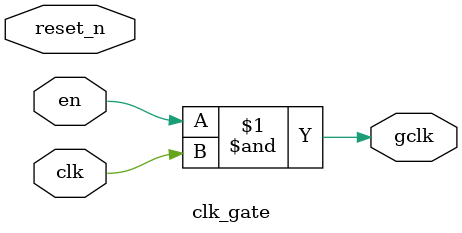
<source format=v>
`timescale 1ps/1ps
module clk_gate (
clk,
reset_n,
en,
gclk
);

input     clk;
input     en;
input reset_n;
output    gclk;

reg 	q;

assign gclk = (en & clk);


endmodule

</source>
